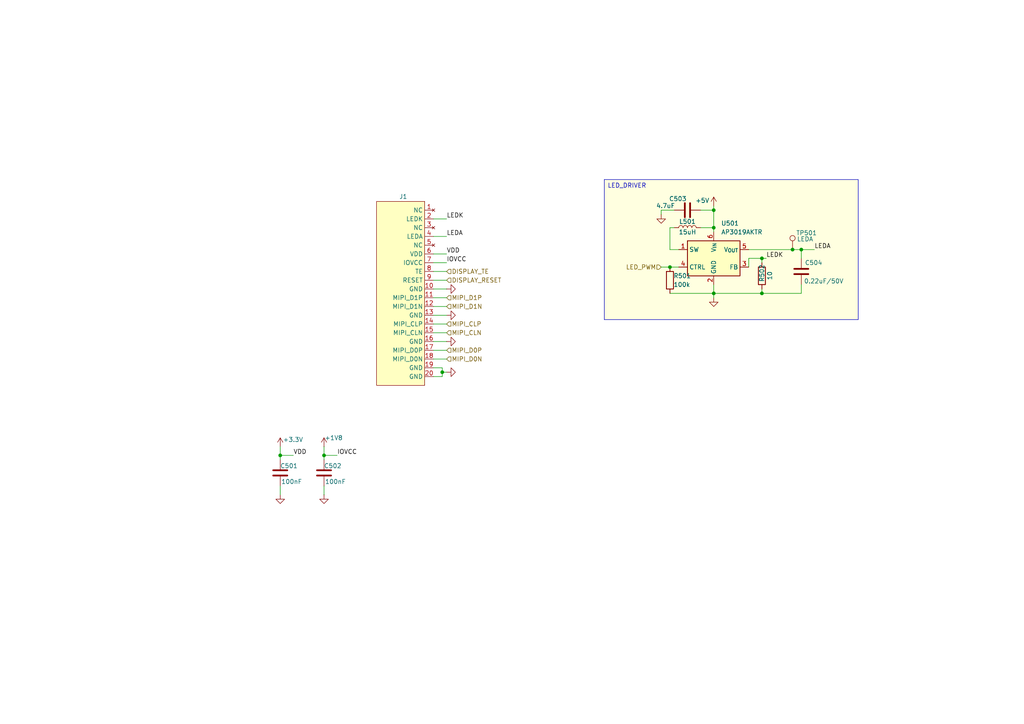
<source format=kicad_sch>
(kicad_sch (version 20250114) (generator "eeschema") (generator_version "9.0")
  (paper "A4")
  (lib_symbols
    (symbol "Connector:TestPoint" (pin_numbers (hide yes)) (pin_names (offset 0.762) (hide yes))
      (property "Reference" "TP" (at 0 6.858 0))
      (property "Value" "TestPoint" (at 0 5.08 0))
      (symbol "TestPoint_0_1"
        (circle (center 0 3.302) (radius 0.762))
      )
      (symbol "TestPoint_1_1"
        (pin passive line (at 0 0 90) (length 2.54) (name "1") (number "1"))
      )
    )
    (symbol "Device:C" (pin_numbers (hide yes)) (pin_names (offset 0.254))
      (property "Reference" "C" (at 0.635 2.54 0))
      (property "Value" "C" (at 0.635 -2.54 0))
      (symbol "C_0_1"
        (polyline (pts (xy -2.032 0.762) (xy 2.032 0.762)) (stroke (width 0.508)))
        (polyline (pts (xy -2.032 -0.762) (xy 2.032 -0.762)) (stroke (width 0.508)))
      )
      (symbol "C_1_1"
        (pin passive line (at 0 3.81 270) (length 2.794) (name "~") (number "1"))
        (pin passive line (at 0 -3.81 90) (length 2.794) (name "~") (number "2"))
      )
    )
    (symbol "Device:L" (pin_numbers (hide yes)) (pin_names (offset 1.016) (hide yes))
      (property "Reference" "L" (at -1.27 0 90))
      (property "Value" "L" (at 1.905 0 90))
      (symbol "L_0_1"
        (arc (start 0 2.54) (mid 0.6323 1.905) (end 0 1.27))
        (arc (start 0 1.27) (mid 0.6323 0.635) (end 0 0))
        (arc (start 0 0) (mid 0.6323 -0.635) (end 0 -1.27))
        (arc (start 0 -1.27) (mid 0.6323 -1.905) (end 0 -2.54))
      )
      (symbol "L_1_1"
        (pin passive line (at 0 3.81 270) (length 1.27) (name "1") (number "1"))
        (pin passive line (at 0 -3.81 90) (length 1.27) (name "2") (number "2"))
      )
    )
    (symbol "Device:R" (pin_numbers (hide yes)) (pin_names (offset 0))
      (property "Reference" "R" (at 2.032 0 90))
      (property "Value" "R" (at 0 0 90))
      (symbol "R_0_1"
        (rectangle (start -1.016 -2.54) (end 1.016 2.54) (stroke (width 0.254)))
      )
      (symbol "R_1_1"
        (pin passive line (at 0 3.81 270) (length 1.27) (name "~") (number "1"))
        (pin passive line (at 0 -3.81 90) (length 1.27) (name "~") (number "2"))
      )
    )
    (symbol "Driver_LED:AP3019AKTR"
      (property "Reference" "U" (at -7.62 6.35 0))
      (property "Value" "AP3019AKTR" (at 1.27 6.35 0))
      (symbol "AP3019AKTR_0_1"
        (rectangle (start -7.62 5.08) (end 7.62 -5.08) (stroke (width 0.254)) (fill (type background)))
      )
      (symbol "AP3019AKTR_1_1"
        (pin input line (at -10.16 2.54 0) (length 2.54) (name "SW") (number "1"))
        (pin input line (at -10.16 -2.54 0) (length 2.54) (name "CTRL") (number "4"))
        (pin power_in line (at 0 7.62 270) (length 2.54) (name "V_{IN}") (number "6"))
        (pin power_in line (at 0 -7.62 90) (length 2.54) (name "GND") (number "2"))
        (pin power_out line (at 10.16 2.54 180) (length 2.54) (name "V_{OUT}") (number "5"))
        (pin input line (at 10.16 -2.54 180) (length 2.54) (name "FB") (number "3"))
      )
    )
    (symbol "PEAK:HY028VGPF048-750-N"
      (property "Reference" "J" (at 0 21.59 0))
      (symbol "HY028VGPF048-750-N_1_1"
        (rectangle (start -26.67 6.35) (end 26.67 -7.62) (fill (type background)))
        (pin no_connect line (at -24.13 8.89 270) (length 2.54) (name "NC") (number "1"))
        (pin passive line (at -21.59 8.89 270) (length 2.54) (name "LEDK") (number "2"))
        (pin no_connect line (at -19.05 8.89 270) (length 2.54) (name "NC") (number "3"))
        (pin passive line (at -16.51 8.89 270) (length 2.54) (name "LEDA") (number "4"))
        (pin no_connect line (at -13.97 8.89 270) (length 2.54) (name "NC") (number "5"))
        (pin passive line (at -11.43 8.89 270) (length 2.54) (name "VDD") (number "6"))
        (pin passive line (at -8.89 8.89 270) (length 2.54) (name "IOVCC") (number "7"))
        (pin output line (at -6.35 8.89 270) (length 2.54) (name "TE") (number "8"))
        (pin input line (at -3.81 8.89 270) (length 2.54) (name "RESET") (number "9"))
        (pin passive line (at -1.27 8.89 270) (length 2.54) (name "GND") (number "10"))
        (pin bidirectional line (at 1.27 8.89 270) (length 2.54) (name "MIPI_D1P") (number "11"))
        (pin bidirectional line (at 3.81 8.89 270) (length 2.54) (name "MIPI_D1N") (number "12"))
        (pin passive line (at 6.35 8.89 270) (length 2.54) (name "GND") (number "13"))
        (pin input line (at 8.89 8.89 270) (length 2.54) (name "MIPI_CLP") (number "14"))
        (pin input line (at 11.43 8.89 270) (length 2.54) (name "MIPI_CLN") (number "15"))
        (pin passive line (at 13.97 8.89 270) (length 2.54) (name "GND") (number "16"))
        (pin bidirectional line (at 16.51 8.89 270) (length 2.54) (name "MIPI_D0P") (number "17"))
        (pin bidirectional line (at 19.05 8.89 270) (length 2.54) (name "MIPI_D0N") (number "18"))
        (pin passive line (at 21.59 8.89 270) (length 2.54) (name "GND") (number "19"))
        (pin passive line (at 24.13 8.89 270) (length 2.54) (name "GND") (number "20"))
      )
    )
    (symbol "power:+1V8" (power) (pin_numbers (hide yes)) (pin_names (offset 0) (hide yes))
      (property "Value" "+1V8" (at 0 3.556 0))
      (symbol "+1V8_0_1"
        (polyline (pts (xy -0.762 1.27) (xy 0 2.54)))
        (polyline (pts (xy 0 2.54) (xy 0.762 1.27)))
        (polyline (pts (xy 0 0) (xy 0 2.54)))
      )
      (symbol "+1V8_1_1"
        (pin power_in line (at 0 0 90) (length 0) (name "~") (number "1"))
      )
    )
    (symbol "power:+3.3V" (power) (pin_numbers (hide yes)) (pin_names (offset 0) (hide yes))
      (property "Value" "+3.3V" (at 0 3.556 0))
      (symbol "+3.3V_0_1"
        (polyline (pts (xy -0.762 1.27) (xy 0 2.54)))
        (polyline (pts (xy 0 2.54) (xy 0.762 1.27)))
        (polyline (pts (xy 0 0) (xy 0 2.54)))
      )
      (symbol "+3.3V_1_1"
        (pin power_in line (at 0 0 90) (length 0) (name "~") (number "1"))
      )
    )
    (symbol "power:+5V" (power) (pin_numbers (hide yes)) (pin_names (offset 0) (hide yes))
      (property "Value" "+5V" (at 0 3.556 0))
      (symbol "+5V_0_1"
        (polyline (pts (xy -0.762 1.27) (xy 0 2.54)))
        (polyline (pts (xy 0 2.54) (xy 0.762 1.27)))
        (polyline (pts (xy 0 0) (xy 0 2.54)))
      )
      (symbol "+5V_1_1"
        (pin power_in line (at 0 0 90) (length 0) (name "~") (number "1"))
      )
    )
    (symbol "power:GND" (power) (pin_numbers (hide yes)) (pin_names (offset 0) (hide yes))
      (property "Value" "GND" (at 0 -3.81 0))
      (symbol "GND_0_1"
        (polyline (pts (xy 0 0) (xy 0 -1.27) (xy 1.27 -1.27) (xy 0 -2.54) (xy -1.27 -1.27) (xy 0 -1.27)))
      )
      (symbol "GND_1_1"
        (pin power_in line (at 0 0 270) (length 0) (name "~") (number "1"))
      )
    )
  )
  (text_box "LED_DRIVER" (at 175.26 52.07 0) (size 73.66 40.64) (margins 0.9525 0.9525 0.9525 0.9525) (fill (type color) (color 255 255 194 0.5)) (effects (font (size 1.27 1.27)) (justify left top)))
  (junction (at 81.28 132.08))
  (junction (at 93.98 132.08))
  (junction (at 194.31 77.47))
  (junction (at 232.41 72.39))
  (junction (at 229.87 72.39))
  (junction (at 220.98 85.09))
  (junction (at 128.27 107.95))
  (junction (at 207.01 66.04))
  (junction (at 207.01 60.96))
  (junction (at 220.98 74.93))
  (junction (at 207.01 85.09))
  (wire (pts (xy 191.77 60.96) (xy 195.58 60.96)))
  (wire (pts (xy 128.27 109.22) (xy 125.73 109.22)))
  (wire (pts (xy 125.73 81.28) (xy 129.54 81.28)))
  (wire (pts (xy 217.17 72.39) (xy 229.87 72.39)))
  (wire (pts (xy 207.01 60.96) (xy 207.01 66.04)))
  (wire (pts (xy 232.41 82.55) (xy 232.41 85.09)))
  (wire (pts (xy 207.01 66.04) (xy 207.01 67.31)))
  (wire (pts (xy 207.01 60.96) (xy 207.01 59.69)))
  (wire (pts (xy 194.31 77.47) (xy 196.85 77.47)))
  (wire (pts (xy 194.31 66.04) (xy 194.31 72.39)))
  (wire (pts (xy 195.58 66.04) (xy 194.31 66.04)))
  (wire (pts (xy 93.98 140.97) (xy 93.98 143.51)))
  (wire (pts (xy 81.28 132.08) (xy 85.09 132.08)))
  (wire (pts (xy 93.98 132.08) (xy 97.79 132.08)))
  (wire (pts (xy 207.01 86.36) (xy 207.01 85.09)))
  (wire (pts (xy 81.28 132.08) (xy 81.28 133.35)))
  (wire (pts (xy 207.01 82.55) (xy 207.01 85.09)))
  (wire (pts (xy 93.98 132.08) (xy 93.98 133.35)))
  (wire (pts (xy 125.73 96.52) (xy 129.54 96.52)))
  (wire (pts (xy 232.41 72.39) (xy 232.41 74.93)))
  (wire (pts (xy 203.2 60.96) (xy 207.01 60.96)))
  (wire (pts (xy 220.98 76.2) (xy 220.98 74.93)))
  (wire (pts (xy 81.28 140.97) (xy 81.28 143.51)))
  (wire (pts (xy 217.17 77.47) (xy 217.17 74.93)))
  (wire (pts (xy 194.31 85.09) (xy 207.01 85.09)))
  (wire (pts (xy 125.73 76.2) (xy 129.54 76.2)))
  (wire (pts (xy 129.54 73.66) (xy 125.73 73.66)))
  (wire (pts (xy 129.54 107.95) (xy 128.27 107.95)))
  (wire (pts (xy 125.73 78.74) (xy 129.54 78.74)))
  (wire (pts (xy 220.98 85.09) (xy 232.41 85.09)))
  (wire (pts (xy 125.73 68.58) (xy 129.54 68.58)))
  (wire (pts (xy 93.98 129.54) (xy 93.98 132.08)))
  (wire (pts (xy 203.2 66.04) (xy 207.01 66.04)))
  (wire (pts (xy 222.25 74.93) (xy 220.98 74.93)))
  (wire (pts (xy 125.73 104.14) (xy 129.54 104.14)))
  (wire (pts (xy 125.73 83.82) (xy 129.54 83.82)))
  (wire (pts (xy 125.73 88.9) (xy 129.54 88.9)))
  (wire (pts (xy 125.73 63.5) (xy 129.54 63.5)))
  (wire (pts (xy 229.87 72.39) (xy 232.41 72.39)))
  (wire (pts (xy 194.31 72.39) (xy 196.85 72.39)))
  (wire (pts (xy 125.73 101.6) (xy 129.54 101.6)))
  (wire (pts (xy 128.27 107.95) (xy 128.27 109.22)))
  (wire (pts (xy 125.73 106.68) (xy 128.27 106.68)))
  (wire (pts (xy 207.01 85.09) (xy 220.98 85.09)))
  (wire (pts (xy 128.27 106.68) (xy 128.27 107.95)))
  (wire (pts (xy 125.73 99.06) (xy 129.54 99.06)))
  (wire (pts (xy 220.98 83.82) (xy 220.98 85.09)))
  (wire (pts (xy 232.41 72.39) (xy 236.22 72.39)))
  (wire (pts (xy 125.73 93.98) (xy 129.54 93.98)))
  (wire (pts (xy 81.28 129.54) (xy 81.28 132.08)))
  (wire (pts (xy 191.77 77.47) (xy 194.31 77.47)))
  (wire (pts (xy 125.73 91.44) (xy 129.54 91.44)))
  (wire (pts (xy 217.17 74.93) (xy 220.98 74.93)))
  (wire (pts (xy 191.77 62.23) (xy 191.77 60.96)))
  (wire (pts (xy 125.73 86.36) (xy 129.54 86.36)))
  (label "IOVCC" (at 97.79 132.08 0))
  (label "VDD" (at 85.09 132.08 0))
  (label "IOVCC" (at 129.54 76.2 0))
  (label "LEDK" (at 222.25 74.93 0))
  (label "LEDA" (at 129.54 68.58 0))
  (label "VDD" (at 129.54 73.66 0))
  (label "LEDA" (at 236.22 72.39 0))
  (label "LEDK" (at 129.54 63.5 0))
  (hierarchical_label "MIPI_D0N" (shape input) (at 129.54 104.14 0))
  (hierarchical_label "MIPI_D1P" (shape input) (at 129.54 86.36 0))
  (hierarchical_label "DISPLAY_TE" (shape input) (at 129.54 78.74 0))
  (hierarchical_label "MIPI_D0P" (shape input) (at 129.54 101.6 0))
  (hierarchical_label "MIPI_CLN" (shape input) (at 129.54 96.52 0))
  (hierarchical_label "MIPI_CLP" (shape input) (at 129.54 93.98 0))
  (hierarchical_label "LED_PWM" (shape input) (at 191.77 77.47 180))
  (hierarchical_label "DISPLAY_RESET" (shape input) (at 129.54 81.28 0))
  (hierarchical_label "MIPI_D1N" (shape input) (at 129.54 88.9 0))
  (symbol (lib_id "Device:C") (at 232.41 78.74 0) (unit 1)
    (property "Reference" "C504" (at 233.426 76.2 0) (effects (justify left)))
    (property "Value" "0.22uF/50V" (at 233.172 81.534 0) (effects (justify left)))
    (property "Footprint" "Capacitor_SMD:C_0805_2012Metric" (effects (hide yes)))
    (property "Description" "Unpolarized capacitor" (effects (hide yes)))
  )
  (symbol (lib_id "Device:C") (at 199.39 60.96 90) (unit 1)
    (property "Reference" "C503" (at 196.596 57.658 90))
    (property "Value" "4.7uF" (at 193.04 59.69 90))
    (property "Footprint" "Capacitor_SMD:C_0603_1608Metric" (effects (hide yes)))
    (property "Description" "Unpolarized capacitor" (effects (hide yes)))
  )
  (symbol (lib_id "Connector:TestPoint") (at 229.87 72.39 0) (unit 1)
    (property "Reference" "TP501" (at 230.886 67.564 0) (effects (justify left)))
    (property "Value" "LEDA" (at 231.14 69.342 0) (effects (justify left)))
    (property "Footprint" "TestPoint:TestPoint_Pad_D1.0mm" (effects (hide yes)))
    (property "Description" "test point" (effects (hide yes)))
  )
  (symbol (lib_id "PEAK:HY028VGPF048-750-N") (at 116.84 85.09 270) (unit 1)
    (property "Reference" "J1" (at 116.967 57.023 90))
    (property "Footprint" "lib:5034802000" (effects (hide yes)))
  )
  (symbol (lib_id "power:+1V8") (at 93.98 129.54 0) (unit 1)
    (property "Reference" "#PWR0501" (effects (hide yes)))
    (property "Value" "+1V8" (at 96.774 127 0))
    (property "Description" "Power symbol creates a global label with name \"+1V8\"" (effects (hide yes)))
  )
  (symbol (lib_id "power:GND") (at 207.01 86.36 0) (unit 1)
    (property "Reference" "#PWR0181" (effects (hide yes)))
    (property "Value" "GND" (effects (hide yes)))
    (property "Description" "Power symbol creates a global label with name \"GND\" , ground" (effects (hide yes)))
  )
  (symbol (lib_id "power:+5V") (at 207.01 59.69 0) (unit 1)
    (property "Reference" "#PWR0183" (effects (hide yes)))
    (property "Value" "+5V" (at 203.708 58.166 0))
    (property "Description" "Power symbol creates a global label with name \"+5V\"" (effects (hide yes)))
  )
  (symbol (lib_id "power:GND") (at 129.54 107.95 90) (unit 1)
    (property "Reference" "#PWR0173" (effects (hide yes)))
    (property "Value" "GND" (effects (hide yes)))
    (property "Description" "Power symbol creates a global label with name \"GND\" , ground" (effects (hide yes)))
  )
  (symbol (lib_id "Driver_LED:AP3019AKTR") (at 207.01 74.93 0) (unit 1)
    (property "Reference" "U501" (at 209.1533 64.77 0) (effects (justify left)))
    (property "Value" "AP3019AKTR" (at 209.1533 67.31 0) (effects (justify left)))
    (property "Footprint" "Package_TO_SOT_SMD:SOT-23-6" (effects (hide yes)))
    (property "Datasheet" "https://www.diodes.com/assets/Datasheets/AP3019A.pdf" (effects (hide yes)))
    (property "Description" "1.2MHz White LED Boost Drivers with Built-in Schottky, 2.5..16Vin, <30Vout, SOT-23-6" (effects (hide yes)))
  )
  (symbol (lib_id "power:GND") (at 93.98 143.51 0) (unit 1)
    (property "Reference" "#PWR0179" (effects (hide yes)))
    (property "Value" "GND" (effects (hide yes)))
    (property "Description" "Power symbol creates a global label with name \"GND\" , ground" (effects (hide yes)))
  )
  (symbol (lib_id "power:GND") (at 129.54 99.06 90) (unit 1)
    (property "Reference" "#PWR0175" (effects (hide yes)))
    (property "Value" "GND" (effects (hide yes)))
    (property "Description" "Power symbol creates a global label with name \"GND\" , ground" (effects (hide yes)))
  )
  (symbol (lib_id "power:GND") (at 129.54 91.44 90) (unit 1)
    (property "Reference" "#PWR0174" (effects (hide yes)))
    (property "Value" "GND" (effects (hide yes)))
    (property "Description" "Power symbol creates a global label with name \"GND\" , ground" (effects (hide yes)))
  )
  (symbol (lib_id "Device:C") (at 81.28 137.16 0) (unit 1)
    (property "Reference" "C501" (at 83.82 135.128 0))
    (property "Value" "100nF" (at 84.582 139.7 0))
    (property "Footprint" "Capacitor_SMD:C_0402_1005Metric" (effects (hide yes)))
    (property "Description" "Unpolarized capacitor" (effects (hide yes)))
  )
  (symbol (lib_id "Device:C") (at 93.98 137.16 0) (unit 1)
    (property "Reference" "C502" (at 96.52 135.128 0))
    (property "Value" "100nF" (at 97.282 139.7 0))
    (property "Footprint" "Capacitor_SMD:C_0402_1005Metric" (effects (hide yes)))
    (property "Description" "Unpolarized capacitor" (effects (hide yes)))
  )
  (symbol (lib_id "power:GND") (at 191.77 62.23 0) (unit 1)
    (property "Reference" "#PWR0182" (effects (hide yes)))
    (property "Value" "GND" (effects (hide yes)))
    (property "Description" "Power symbol creates a global label with name \"GND\" , ground" (effects (hide yes)))
  )
  (symbol (lib_id "power:GND") (at 129.54 83.82 90) (unit 1)
    (property "Reference" "#PWR0176" (effects (hide yes)))
    (property "Value" "GND" (effects (hide yes)))
    (property "Description" "Power symbol creates a global label with name \"GND\" , ground" (effects (hide yes)))
  )
  (symbol (lib_id "power:+3.3V") (at 81.28 129.54 0) (unit 1)
    (property "Reference" "#PWR0178" (effects (hide yes)))
    (property "Value" "+3.3V" (at 82.042 127.508 0) (effects (justify left)))
    (property "Description" "Power symbol creates a global label with name \"+3.3V\"" (effects (hide yes)))
  )
  (symbol (lib_id "power:GND") (at 81.28 143.51 0) (unit 1)
    (property "Reference" "#PWR0180" (effects (hide yes)))
    (property "Value" "GND" (effects (hide yes)))
    (property "Description" "Power symbol creates a global label with name \"GND\" , ground" (effects (hide yes)))
  )
  (symbol (lib_id "Device:R") (at 220.98 80.01 0) (unit 1)
    (property "Reference" "R502" (at 220.98 81.788 90) (effects (justify left)))
    (property "Value" "10" (at 223.266 81.28 90) (effects (justify left)))
    (property "Footprint" "Resistor_SMD:R_0805_2012Metric" (effects (hide yes)))
    (property "Description" "Resistor" (effects (hide yes)))
  )
  (symbol (lib_id "Device:L") (at 199.39 66.04 90) (unit 1)
    (property "Reference" "L501" (at 199.39 64.262 90))
    (property "Value" "15uH" (at 199.39 67.31 90))
    (property "Footprint" "Inductor_SMD:L_1210_3225Metric" (effects (hide yes)))
    (property "Description" "Inductor" (effects (hide yes)))
  )
  (symbol (lib_id "Device:R") (at 194.31 81.28 0) (unit 1)
    (property "Reference" "R501" (at 195.326 80.01 0) (effects (justify left)))
    (property "Value" "100k" (at 195.326 82.55 0) (effects (justify left)))
    (property "Footprint" "Resistor_SMD:R_0603_1608Metric" (effects (hide yes)))
    (property "Description" "Resistor" (effects (hide yes)))
  )
)
</source>
